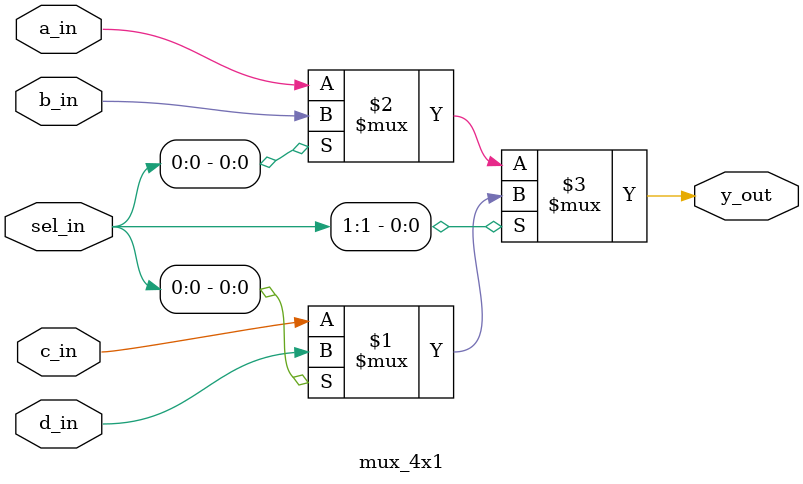
<source format=sv>
module mux_4x1(
        input a_in, b_in, c_in, d_in,
        input [1:0] sel_in,
        output y_out
        );
/*
    always @*
    begin
    case(sel_in)
    2'b00 : y_out = a_in;
    2'b01 : y_out = b_in;
    2'b10 : y_out = c_in;
    2'b11 : y_out = d_in;
    endcase

    end
*/
 assign y_out=sel_in[1] ? sel_in[0] ? d_in : c_in : sel_in[0] ? b_in : a_in ;

endmodule
                
</source>
